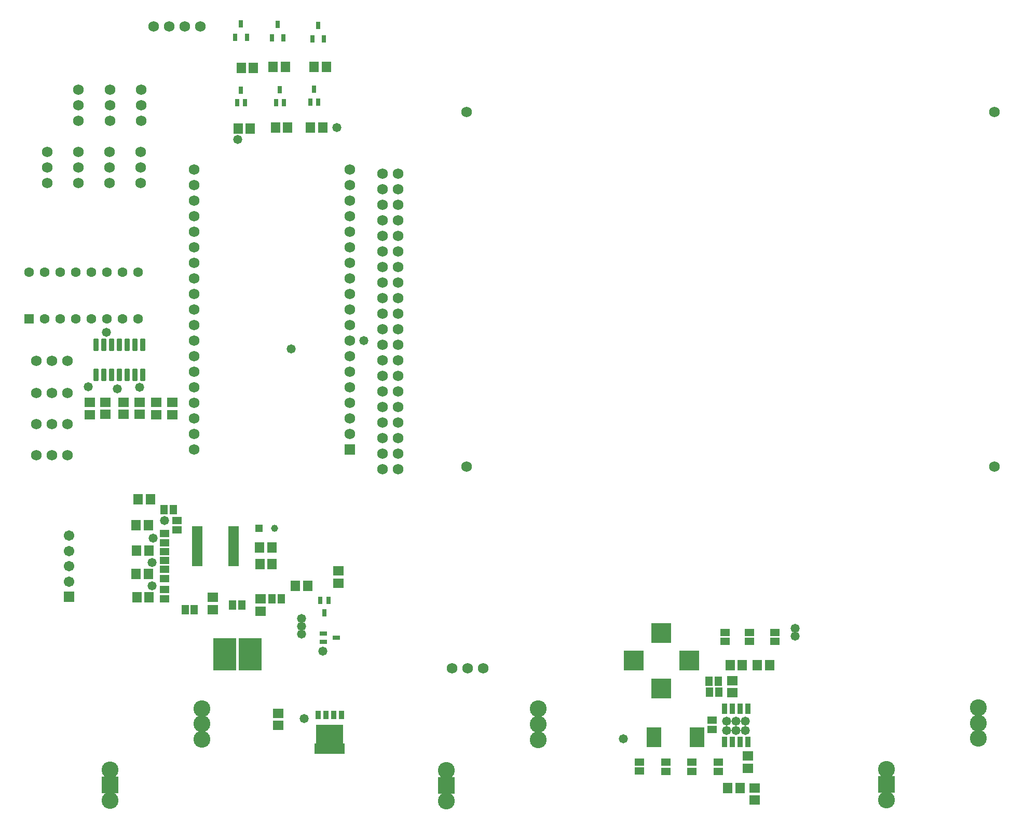
<source format=gts>
G04*
G04 #@! TF.GenerationSoftware,Altium Limited,Altium Designer,22.10.1 (41)*
G04*
G04 Layer_Color=8388736*
%FSLAX44Y44*%
%MOMM*%
G71*
G04*
G04 #@! TF.SameCoordinates,AEC8B882-0F2C-4FBA-8872-4E3C41141EBA*
G04*
G04*
G04 #@! TF.FilePolarity,Negative*
G04*
G01*
G75*
%ADD31R,0.8032X1.2532*%
%ADD32R,0.7032X1.2532*%
%ADD33R,1.6032X1.7032*%
%ADD34R,1.7032X1.6032*%
%ADD35R,4.4032X3.3032*%
%ADD36R,4.9032X1.7032*%
%ADD37R,0.9032X1.3532*%
%ADD38R,1.2532X0.7032*%
%ADD39R,1.6032X1.3032*%
%ADD40R,2.4032X3.3032*%
%ADD41R,3.2032X3.2032*%
%ADD42R,3.2032X3.2032*%
%ADD43R,3.7032X5.3032*%
G04:AMPARAMS|DCode=44|XSize=2.1032mm|YSize=0.8032mm|CornerRadius=0.1766mm|HoleSize=0mm|Usage=FLASHONLY|Rotation=270.000|XOffset=0mm|YOffset=0mm|HoleType=Round|Shape=RoundedRectangle|*
%AMROUNDEDRECTD44*
21,1,2.1032,0.4500,0,0,270.0*
21,1,1.7500,0.8032,0,0,270.0*
1,1,0.3532,-0.2250,-0.8750*
1,1,0.3532,-0.2250,0.8750*
1,1,0.3532,0.2250,0.8750*
1,1,0.3532,0.2250,-0.8750*
%
%ADD44ROUNDEDRECTD44*%
%ADD45R,0.8532X1.7282*%
%ADD46R,1.3032X1.6032*%
%ADD47R,1.6782X0.6532*%
%ADD48C,1.7272*%
%ADD49R,1.7332X1.7332*%
%ADD50C,1.7332*%
%ADD51C,2.7532*%
%ADD52R,2.7532X2.7532*%
%ADD53R,1.6032X1.6032*%
%ADD54C,1.6032*%
%ADD55C,1.7112*%
%ADD56R,1.7112X1.7112*%
%ADD57R,1.1500X1.1500*%
%ADD58C,1.1500*%
%ADD59C,1.4732*%
D31*
X611530Y1558720D02*
D03*
X630530D02*
D03*
X621030Y1580720D02*
D03*
X671220Y1557450D02*
D03*
X690220D02*
D03*
X680720Y1579450D02*
D03*
X737260Y1556180D02*
D03*
X756260D02*
D03*
X746760Y1578180D02*
D03*
D32*
X684380Y1472610D02*
D03*
X690880Y1451610D02*
D03*
X677880D02*
D03*
X621030Y1472270D02*
D03*
X627530Y1451270D02*
D03*
X614530D02*
D03*
X740410Y1473540D02*
D03*
X746910Y1452540D02*
D03*
X733910D02*
D03*
X756920Y618150D02*
D03*
X750420Y639150D02*
D03*
X763420D02*
D03*
D33*
X616270Y1409700D02*
D03*
X636270D02*
D03*
X677070Y1410970D02*
D03*
X697070D02*
D03*
X734380D02*
D03*
X754380D02*
D03*
X693260Y1510030D02*
D03*
X673260D02*
D03*
X760410D02*
D03*
X740410D02*
D03*
X641350Y1508760D02*
D03*
X621350D02*
D03*
X449740Y762000D02*
D03*
X469740D02*
D03*
X453390Y803910D02*
D03*
X473390D02*
D03*
X729930Y662940D02*
D03*
X709930D02*
D03*
X671670Y698500D02*
D03*
X651670D02*
D03*
X1438910Y533400D02*
D03*
X1418910D02*
D03*
X1483360D02*
D03*
X1463360D02*
D03*
X1434940Y332740D02*
D03*
X1414940D02*
D03*
X651510Y725170D02*
D03*
X671510D02*
D03*
X450850Y720090D02*
D03*
X470850D02*
D03*
X449900Y681990D02*
D03*
X469900D02*
D03*
X451170Y643890D02*
D03*
X471170D02*
D03*
D34*
X429260Y942500D02*
D03*
Y962500D02*
D03*
X779780Y666910D02*
D03*
Y686910D02*
D03*
X1422400Y488000D02*
D03*
Y508000D02*
D03*
X575310Y623730D02*
D03*
X681990Y454500D02*
D03*
X652780Y621350D02*
D03*
Y641350D02*
D03*
X681990Y434500D02*
D03*
X1447800Y364490D02*
D03*
Y384490D02*
D03*
X1459230Y312740D02*
D03*
Y332740D02*
D03*
X575310Y643730D02*
D03*
X509270Y942340D02*
D03*
Y962340D02*
D03*
X482600D02*
D03*
Y942340D02*
D03*
X455930Y942660D02*
D03*
Y962660D02*
D03*
X400050Y962500D02*
D03*
Y942500D02*
D03*
X374650Y962340D02*
D03*
Y942340D02*
D03*
D35*
X765810Y419800D02*
D03*
D36*
Y396800D02*
D03*
D37*
X746760Y451550D02*
D03*
X759460D02*
D03*
X772160D02*
D03*
X784860D02*
D03*
D38*
X776310Y577850D02*
D03*
X755310Y571350D02*
D03*
Y584350D02*
D03*
D39*
X1410970Y571620D02*
D03*
Y586620D02*
D03*
X1270635Y360030D02*
D03*
Y375030D02*
D03*
X1389380Y443230D02*
D03*
Y428230D02*
D03*
X496570Y674610D02*
D03*
Y641590D02*
D03*
X1492250Y586740D02*
D03*
Y571740D02*
D03*
X1450340Y586620D02*
D03*
Y571620D02*
D03*
X1399540Y374410D02*
D03*
Y359410D02*
D03*
X1356360Y374650D02*
D03*
Y359650D02*
D03*
X1314450Y374650D02*
D03*
Y359650D02*
D03*
X516890Y769380D02*
D03*
Y754380D02*
D03*
X496570Y748030D02*
D03*
Y733030D02*
D03*
Y718820D02*
D03*
Y703820D02*
D03*
Y689610D02*
D03*
Y656590D02*
D03*
D40*
X1294690Y415290D02*
D03*
X1364690D02*
D03*
D41*
X1306830Y495300D02*
D03*
Y585300D02*
D03*
D42*
X1351830Y540300D02*
D03*
X1261830D02*
D03*
D43*
X594360Y551180D02*
D03*
X635460D02*
D03*
D44*
X461010Y1007540D02*
D03*
X448310D02*
D03*
X435610D02*
D03*
X422910D02*
D03*
X410210D02*
D03*
X397510D02*
D03*
X384810D02*
D03*
Y1056640D02*
D03*
X397510D02*
D03*
X410210D02*
D03*
X422910D02*
D03*
X435610D02*
D03*
X448310D02*
D03*
X461010D02*
D03*
D45*
X1409700Y407670D02*
D03*
X1422400D02*
D03*
X1435100D02*
D03*
X1447800D02*
D03*
Y461910D02*
D03*
X1435100D02*
D03*
X1422400D02*
D03*
X1409700D02*
D03*
D46*
X607180Y631190D02*
D03*
X622180D02*
D03*
X1400570Y488950D02*
D03*
X1385570D02*
D03*
X1399540Y506730D02*
D03*
X1384540D02*
D03*
X495540Y787400D02*
D03*
X510540D02*
D03*
X671830Y641350D02*
D03*
X686830D02*
D03*
X529710Y623570D02*
D03*
X544710D02*
D03*
D47*
X549740Y756960D02*
D03*
Y750460D02*
D03*
Y743960D02*
D03*
Y737460D02*
D03*
Y730960D02*
D03*
Y724460D02*
D03*
Y717960D02*
D03*
Y711460D02*
D03*
Y704960D02*
D03*
Y698460D02*
D03*
X608500D02*
D03*
Y704960D02*
D03*
Y711460D02*
D03*
Y717960D02*
D03*
Y724460D02*
D03*
Y730960D02*
D03*
Y737460D02*
D03*
Y743960D02*
D03*
Y750460D02*
D03*
Y756960D02*
D03*
D48*
X1850390Y857250D02*
D03*
X989330D02*
D03*
X1850390Y1436370D02*
D03*
X989330D02*
D03*
X355600Y1320800D02*
D03*
Y1346200D02*
D03*
Y1371600D02*
D03*
Y1422400D02*
D03*
Y1447800D02*
D03*
Y1473200D02*
D03*
X406400Y1320800D02*
D03*
Y1346200D02*
D03*
Y1371600D02*
D03*
X457200Y1320800D02*
D03*
Y1346200D02*
D03*
Y1371600D02*
D03*
X407670Y1422400D02*
D03*
Y1447800D02*
D03*
Y1473200D02*
D03*
X458470Y1422400D02*
D03*
Y1447800D02*
D03*
Y1473200D02*
D03*
X965200Y528320D02*
D03*
X287020Y1029970D02*
D03*
X304800Y1371600D02*
D03*
Y1346200D02*
D03*
Y1320800D02*
D03*
X990600Y528320D02*
D03*
X1016000D02*
D03*
X312420Y1029970D02*
D03*
X337820D02*
D03*
X478790Y1576070D02*
D03*
X504190D02*
D03*
X529590D02*
D03*
X554990D02*
D03*
X877570Y1336040D02*
D03*
Y1310640D02*
D03*
Y1285240D02*
D03*
Y1259840D02*
D03*
Y1234440D02*
D03*
X852170Y878840D02*
D03*
Y853440D02*
D03*
Y1336040D02*
D03*
Y1310640D02*
D03*
Y1285240D02*
D03*
Y1259840D02*
D03*
Y1234440D02*
D03*
X877570Y853440D02*
D03*
X852170Y904240D02*
D03*
Y929640D02*
D03*
Y955040D02*
D03*
Y980440D02*
D03*
Y1005840D02*
D03*
Y1031240D02*
D03*
Y1056640D02*
D03*
Y1082040D02*
D03*
Y1107440D02*
D03*
Y1132840D02*
D03*
Y1158240D02*
D03*
Y1183640D02*
D03*
Y1209040D02*
D03*
X877570D02*
D03*
Y1183640D02*
D03*
Y1158240D02*
D03*
Y1132840D02*
D03*
Y1107440D02*
D03*
Y1082040D02*
D03*
Y1056640D02*
D03*
Y1031240D02*
D03*
Y1005840D02*
D03*
Y980440D02*
D03*
Y955040D02*
D03*
Y929640D02*
D03*
Y904240D02*
D03*
Y878840D02*
D03*
X337820Y977900D02*
D03*
X312420D02*
D03*
X287020D02*
D03*
X337820Y927100D02*
D03*
X312420D02*
D03*
X287020D02*
D03*
X337820Y876300D02*
D03*
X312420D02*
D03*
X287020D02*
D03*
D49*
X798830Y885190D02*
D03*
D50*
Y910590D02*
D03*
Y935990D02*
D03*
Y961390D02*
D03*
Y986790D02*
D03*
Y1012190D02*
D03*
Y1037590D02*
D03*
Y1062990D02*
D03*
Y1088390D02*
D03*
Y1113790D02*
D03*
Y1139190D02*
D03*
Y1164590D02*
D03*
Y1189990D02*
D03*
Y1215390D02*
D03*
Y1240790D02*
D03*
Y1266190D02*
D03*
Y1291590D02*
D03*
Y1316990D02*
D03*
Y1342390D02*
D03*
X544830D02*
D03*
Y1316990D02*
D03*
Y1291590D02*
D03*
Y1266190D02*
D03*
Y1240790D02*
D03*
Y1215390D02*
D03*
Y1189990D02*
D03*
Y1164590D02*
D03*
Y1139190D02*
D03*
Y1113790D02*
D03*
Y1088390D02*
D03*
Y1062990D02*
D03*
Y1037590D02*
D03*
Y1012190D02*
D03*
Y986790D02*
D03*
Y961390D02*
D03*
Y935990D02*
D03*
Y910590D02*
D03*
Y885190D02*
D03*
D51*
X1823860Y463220D02*
D03*
Y413220D02*
D03*
Y438220D02*
D03*
X1673860Y363220D02*
D03*
Y313220D02*
D03*
X1106170Y461480D02*
D03*
Y411480D02*
D03*
Y436480D02*
D03*
X956170Y361480D02*
D03*
Y311480D02*
D03*
X407530Y312280D02*
D03*
Y362280D02*
D03*
X557530Y437280D02*
D03*
Y412280D02*
D03*
Y462280D02*
D03*
D52*
X1673860Y338220D02*
D03*
X956170Y336480D02*
D03*
X407530Y337280D02*
D03*
D53*
X275590Y1098550D02*
D03*
D54*
X300990D02*
D03*
X326390D02*
D03*
X351790D02*
D03*
X377190D02*
D03*
X402590D02*
D03*
X427990D02*
D03*
X453390D02*
D03*
X427990Y1174750D02*
D03*
X402590D02*
D03*
X377190D02*
D03*
X351790D02*
D03*
X326390D02*
D03*
X300990D02*
D03*
X275590D02*
D03*
X453390D02*
D03*
D55*
X340190Y694690D02*
D03*
Y719690D02*
D03*
Y669690D02*
D03*
Y744690D02*
D03*
D56*
Y644690D02*
D03*
D57*
X650240Y756920D02*
D03*
D58*
X675640D02*
D03*
D59*
X702993Y1049118D02*
D03*
X821690Y1062990D02*
D03*
X1244600Y412750D02*
D03*
X615950Y1391920D02*
D03*
X401320Y1076960D02*
D03*
X455930Y986790D02*
D03*
X496570Y769620D02*
D03*
X1525270Y593090D02*
D03*
X777240Y1410970D02*
D03*
X1525270Y580390D02*
D03*
X476250Y662940D02*
D03*
X723900Y445770D02*
D03*
X754380Y556260D02*
D03*
X720090Y584200D02*
D03*
Y596900D02*
D03*
Y609600D02*
D03*
X1443990Y441960D02*
D03*
Y426720D02*
D03*
X1428750Y441960D02*
D03*
Y426720D02*
D03*
X1413510Y441960D02*
D03*
Y426720D02*
D03*
X419100Y984250D02*
D03*
X372110Y988060D02*
D03*
X477520Y740410D02*
D03*
X476250Y701040D02*
D03*
M02*

</source>
